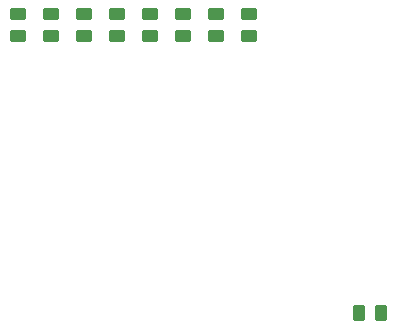
<source format=gbp>
%TF.GenerationSoftware,KiCad,Pcbnew,8.0.4*%
%TF.CreationDate,2024-08-29T11:46:16+07:00*%
%TF.ProjectId,ESP32,45535033-322e-46b6-9963-61645f706362,rev?*%
%TF.SameCoordinates,Original*%
%TF.FileFunction,Paste,Bot*%
%TF.FilePolarity,Positive*%
%FSLAX46Y46*%
G04 Gerber Fmt 4.6, Leading zero omitted, Abs format (unit mm)*
G04 Created by KiCad (PCBNEW 8.0.4) date 2024-08-29 11:46:16*
%MOMM*%
%LPD*%
G01*
G04 APERTURE LIST*
G04 Aperture macros list*
%AMRoundRect*
0 Rectangle with rounded corners*
0 $1 Rounding radius*
0 $2 $3 $4 $5 $6 $7 $8 $9 X,Y pos of 4 corners*
0 Add a 4 corners polygon primitive as box body*
4,1,4,$2,$3,$4,$5,$6,$7,$8,$9,$2,$3,0*
0 Add four circle primitives for the rounded corners*
1,1,$1+$1,$2,$3*
1,1,$1+$1,$4,$5*
1,1,$1+$1,$6,$7*
1,1,$1+$1,$8,$9*
0 Add four rect primitives between the rounded corners*
20,1,$1+$1,$2,$3,$4,$5,0*
20,1,$1+$1,$4,$5,$6,$7,0*
20,1,$1+$1,$6,$7,$8,$9,0*
20,1,$1+$1,$8,$9,$2,$3,0*%
G04 Aperture macros list end*
%ADD10RoundRect,0.250000X0.450000X-0.262500X0.450000X0.262500X-0.450000X0.262500X-0.450000X-0.262500X0*%
%ADD11RoundRect,0.250000X-0.262500X-0.450000X0.262500X-0.450000X0.262500X0.450000X-0.262500X0.450000X0*%
G04 APERTURE END LIST*
D10*
%TO.C,R4*%
X68146428Y-76325000D03*
X68146428Y-74500000D03*
%TD*%
D11*
%TO.C,R9*%
X85900000Y-99800000D03*
X87725000Y-99800000D03*
%TD*%
D10*
%TO.C,R2*%
X73732142Y-76325000D03*
X73732142Y-74500000D03*
%TD*%
%TO.C,R1*%
X76525000Y-76325000D03*
X76525000Y-74500000D03*
%TD*%
%TO.C,R5*%
X65353571Y-76325000D03*
X65353571Y-74500000D03*
%TD*%
%TO.C,R6*%
X62560714Y-76325000D03*
X62560714Y-74500000D03*
%TD*%
%TO.C,R3*%
X70939285Y-76325000D03*
X70939285Y-74500000D03*
%TD*%
%TO.C,R7*%
X56975000Y-76325000D03*
X56975000Y-74500000D03*
%TD*%
%TO.C,R8*%
X59767857Y-76325000D03*
X59767857Y-74500000D03*
%TD*%
M02*

</source>
